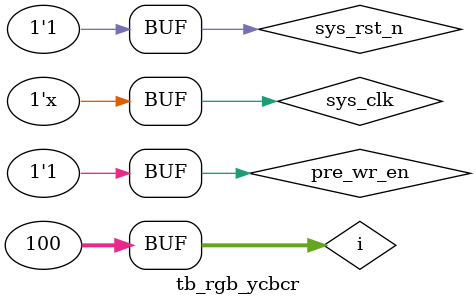
<source format=v>
`timescale 1ns/1ns
module tb_rgb_ycbcr ();
reg sys_clk;
reg sys_rst_n;
reg  [15:0] ov5640_data [99:0];
//wire [15:0] data_reg;
reg pre_wr_en;
wire  wr_en_dly  ;
wire [15:0] rgb565_data;
wire [7:0] img_y      ;
wire [7:0] img_cb     ;
wire [7:0] img_cr     ;
initial begin
    sys_clk = 1'b1;
    sys_rst_n <= 1'b0;
    pre_wr_en <= 1'b0;
    #30 
    sys_rst_n <= 1'b1;
end
always #10 sys_clk = ~sys_clk;
integer i,j;
initial begin
    for (i = 0;i < 100 ;i = i+1 ) begin
          ov5640_data[i] <= $random%100;
    end  
    pre_wr_en <= 1'b1;
end
always #500 j <= {$random}%100;
rgb_ycbcr u_rgb_ycbcr(
    .sys_clk     (sys_clk     ),
    .sys_rst_n   (sys_rst_n   ),
    .pre_wr_en   (pre_wr_en   ),
    .ov5640_data (ov5640_data[j] ),
    .wr_en_dly   (wr_en_dly   ),
    .rgb565_data (rgb565_data ),
    .img_y       (img_y       ),
    .img_cb      (img_cb      ),
    .img_cr      (img_cr      )
);

endmodule //tb_rgb_ycbcr
</source>
